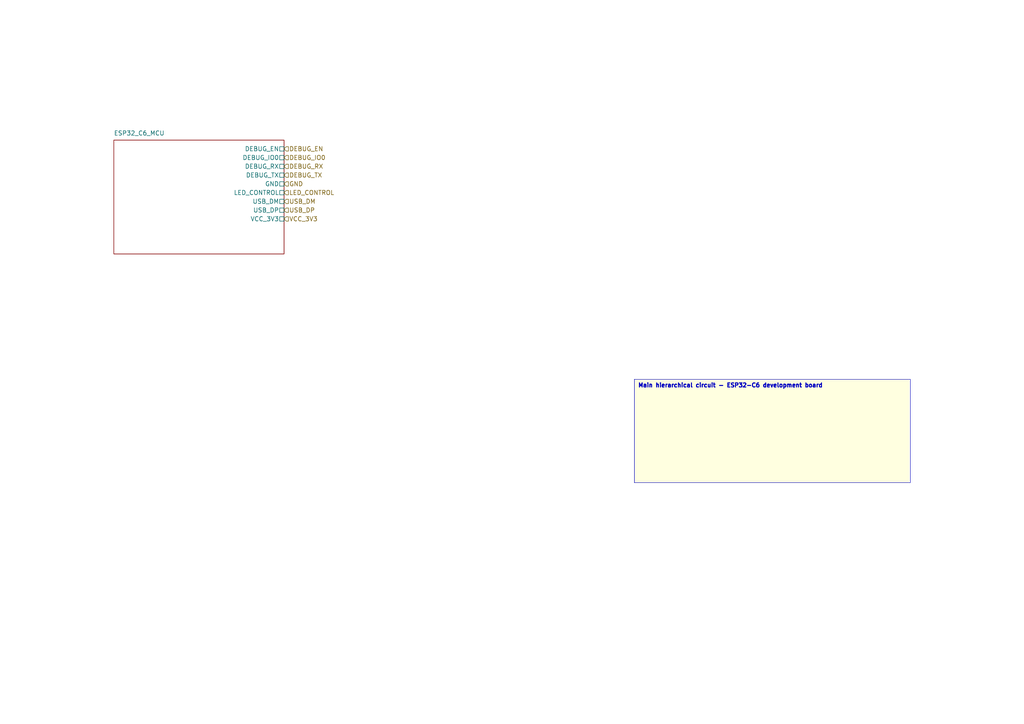
<source format=kicad_sch>
(kicad_sch
	(version 20250114)
	(generator "kicad_api")
	(generator_version 9.0)
	(uuid 47cfda46-99de-42a2-9f1d-2dff5c3e7f91)
	(paper A4)
	(lib_symbols)
	(paper A4)
	(title_block
		(title ESP32_C6_Dev_Board_Main)
		(date 2025-08-01)
		(company Circuit-Synth)
	)
	(hierarchical_label
		DEBUG_EN
		(shape input)
		(at 82.39 43.18 0)
		(effects
			(font
				(size 1.27 1.27)
			)
			(justify left)
		)
		(uuid 05e8677d-e558-4f69-b097-80cfe71bbc89)
	)
	(hierarchical_label
		DEBUG_IO0
		(shape input)
		(at 82.39 45.72 0)
		(effects
			(font
				(size 1.27 1.27)
			)
			(justify left)
		)
		(uuid 5eb1bc8b-8065-4db7-bd02-aa2b69cad97b)
	)
	(hierarchical_label
		DEBUG_RX
		(shape input)
		(at 82.39 48.26 0)
		(effects
			(font
				(size 1.27 1.27)
			)
			(justify left)
		)
		(uuid 70b197ec-95ed-4923-ad32-b670298631ff)
	)
	(hierarchical_label
		DEBUG_TX
		(shape input)
		(at 82.39 50.8 0)
		(effects
			(font
				(size 1.27 1.27)
			)
			(justify left)
		)
		(uuid b3899372-4610-4470-b349-51a8b19ef1ea)
	)
	(hierarchical_label
		GND
		(shape input)
		(at 82.39 53.34 0)
		(effects
			(font
				(size 1.27 1.27)
			)
			(justify left)
		)
		(uuid 8da11326-f7eb-4bb3-b9fe-105692a8c5e2)
	)
	(hierarchical_label
		LED_CONTROL
		(shape input)
		(at 82.39 55.88 0)
		(effects
			(font
				(size 1.27 1.27)
			)
			(justify left)
		)
		(uuid c3be7ef6-2bb0-4ba8-8946-6506f817aa89)
	)
	(hierarchical_label
		USB_DM
		(shape input)
		(at 82.39 58.42 0)
		(effects
			(font
				(size 1.27 1.27)
			)
			(justify left)
		)
		(uuid f6662ca8-c0a3-4e37-80e2-0d55f33b27c7)
	)
	(hierarchical_label
		USB_DP
		(shape input)
		(at 82.39 60.96 0)
		(effects
			(font
				(size 1.27 1.27)
			)
			(justify left)
		)
		(uuid 207c8479-5025-40d8-b283-4df98993d9c5)
	)
	(hierarchical_label
		VCC_3V3
		(shape input)
		(at 82.39 63.5 0)
		(effects
			(font
				(size 1.27 1.27)
			)
			(justify left)
		)
		(uuid ca718570-5133-4da1-9e46-e788cbdee1b0)
	)
	(sheet
		(at 33.02 40.64)
		(size 49.37 33.019999999999996)
		(stroke
			(width 0.12)
			(type solid)
		)
		(fill
			(color
				0
				0
				0
				0.0
			)
		)
		(uuid 308c1328-7046-4baa-b2c1-ec7fe67d0447)
		(property
			"Sheetname"
			"ESP32_C6_MCU"
			(at 33.02 39.37 0)
			(effects
				(font
					(size 1.27 1.27)
				)
				(justify left bottom)
			)
		)
		(property
			"Sheetfile"
			"ESP32_C6_MCU.kicad_sch"
			(at 33.02 74.92999999999999 0)
			(effects
				(font
					(size 1.27 1.27)
				)
				(justify left top)
				(hide yes)
			)
		)
		(pin
			DEBUG_EN
			passive
			(at 81.12 43.18 0)
			(effects
				(font
					(size 1.27 1.27)
				)
				(justify right)
			)
			(uuid 893fb1b6-b03f-41ea-bc1f-632509cd9544)
		)
		(pin
			DEBUG_IO0
			passive
			(at 81.12 45.72 0)
			(effects
				(font
					(size 1.27 1.27)
				)
				(justify right)
			)
			(uuid 4eb20beb-1dd7-44c3-aa06-7376844a2147)
		)
		(pin
			DEBUG_RX
			passive
			(at 81.12 48.26 0)
			(effects
				(font
					(size 1.27 1.27)
				)
				(justify right)
			)
			(uuid 928ef023-625f-433b-a4ea-cc0b165425ac)
		)
		(pin
			DEBUG_TX
			passive
			(at 81.12 50.8 0)
			(effects
				(font
					(size 1.27 1.27)
				)
				(justify right)
			)
			(uuid 3539a691-3a00-4c77-aedb-de39f30fb6b7)
		)
		(pin
			GND
			passive
			(at 81.12 53.34 0)
			(effects
				(font
					(size 1.27 1.27)
				)
				(justify right)
			)
			(uuid d4743894-9602-4962-aba9-27a7112d0a2a)
		)
		(pin
			LED_CONTROL
			passive
			(at 81.12 55.88 0)
			(effects
				(font
					(size 1.27 1.27)
				)
				(justify right)
			)
			(uuid 5d418fab-d020-4bbf-b5d8-e6f95cde2220)
		)
		(pin
			USB_DM
			passive
			(at 81.12 58.42 0)
			(effects
				(font
					(size 1.27 1.27)
				)
				(justify right)
			)
			(uuid 76d82c51-d0a3-4e94-bfe6-a2ce15d83172)
		)
		(pin
			USB_DP
			passive
			(at 81.12 60.96 0)
			(effects
				(font
					(size 1.27 1.27)
				)
				(justify right)
			)
			(uuid 2459406f-d7ba-4c6d-9c63-1c193fc6072e)
		)
		(pin
			VCC_3V3
			passive
			(at 81.12 63.5 0)
			(effects
				(font
					(size 1.27 1.27)
				)
				(justify right)
			)
			(uuid 419d94b0-da68-4562-a23b-f8303f446392)
		)
		(instances
			(project
				"circuit_synth"
				(path
					"/"
					(page "1")
				)
			)
		)
	)
	(text_box
		"Main hierarchical circuit - ESP32-C6 development board"
		(exclude_from_sim yes)
		(at 184.0 110.0 0)
		(size 80.0 30.0)
		(margins
			1.0
			1.0
			1.0
			1.0
		)
		(stroke
			(width 0.1)
			(type solid)
		)
		(fill
			(type color)
			(color
				255
				255
				224
				1
			)
		)
		(effects
			(font
				(size 1.2 1.2)
				(thickness 0.254)
			)
			(justify left top)
		)
		(uuid ea229f7f-fe4b-4b7c-a61f-561756b6f0a9)
	)
	(text_box
		"Main hierarchical circuit - ESP32-C6 development board"
		(exclude_from_sim yes)
		(at 184.0 110.0 0)
		(size 80.0 30.0)
		(margins
			1.0
			1.0
			1.0
			1.0
		)
		(stroke
			(width 0.1)
			(type solid)
		)
		(fill
			(type color)
			(color
				255
				255
				224
				1
			)
		)
		(effects
			(font
				(size 1.2 1.2)
				(thickness 0.254)
			)
			(justify left top)
		)
		(uuid ea229f7f-fe4b-4b7c-a61f-561756b6f0a9)
	)
	(sheet_instances
		(path
			"/7371f490-2331-46bb-a27d-b85d9ef8078d/fee02363-2018-429d-a594-40358a01b379"
			(page "1")
		)
	)
	(embedded_fonts no)
	(sheet_instances
		(path
			"/"
			(page "1")
		)
	)
)
</source>
